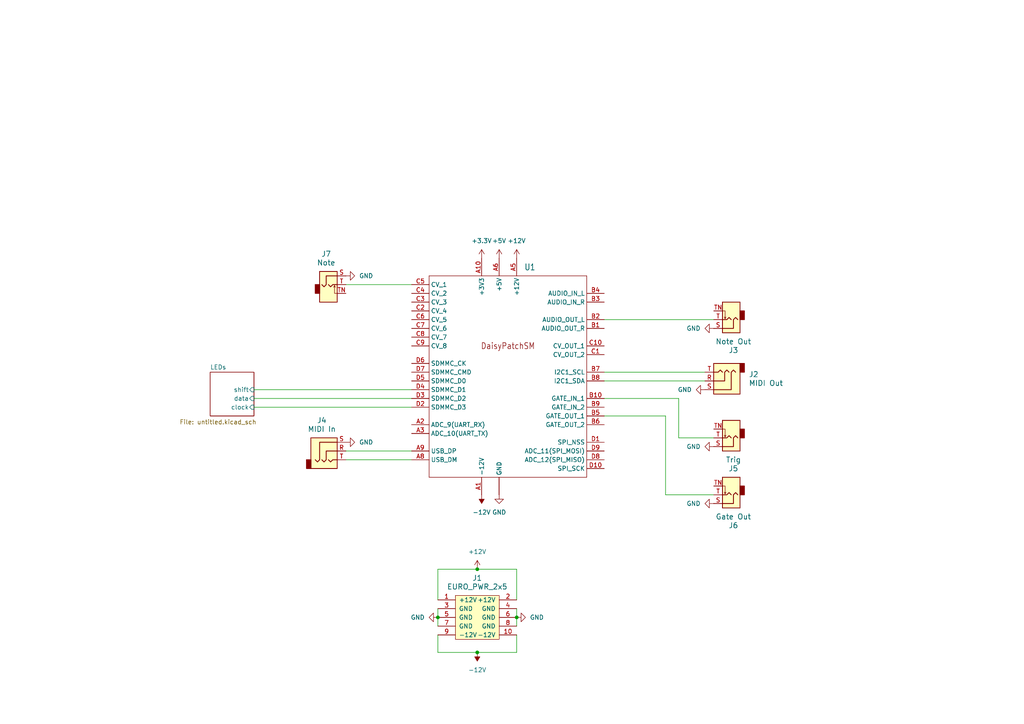
<source format=kicad_sch>
(kicad_sch (version 20231120) (generator "eeschema") (generator_version "8.0")
  (paper "A4")
  (lib_symbols
    (symbol "KitsBlips:+12V" (power) (pin_numbers hide) (pin_names (offset 0) hide)
      (property "Value" "+12V" (at 0 3.556 0))
      (symbol "+12V_0_1"
        (polyline (pts (xy -0.762 1.27) (xy 0 2.54)))
        (polyline (pts (xy 0 0) (xy 0 2.54)))
        (polyline (pts (xy 0 2.54) (xy 0.762 1.27)))
      )
      (symbol "+12V_1_1"
        (pin power_in line (at 0 0 90) (length 0) (name "~") (number "1"))
      )
    )
    (symbol "KitsBlips:+5V" (power) (pin_numbers hide) (pin_names (offset 0) hide)
      (property "Value" "+5V" (at 0 3.556 0))
      (symbol "+5V_0_1"
        (polyline (pts (xy -0.762 1.27) (xy 0 2.54)))
        (polyline (pts (xy 0 0) (xy 0 2.54)))
        (polyline (pts (xy 0 2.54) (xy 0.762 1.27)))
      )
      (symbol "+5V_1_1"
        (pin power_in line (at 0 0 90) (length 0) (name "~") (number "1"))
      )
    )
    (symbol "KitsBlips:-12V" (power) (pin_numbers hide) (pin_names (offset 0) hide)
      (property "Value" "-12V" (at 0 3.556 0))
      (symbol "-12V_0_0"
        (pin power_in line (at 0 0 90) (length 0) (name "~") (number "1"))
      )
      (symbol "-12V_0_1"
        (polyline (pts (xy 0 0) (xy 0 1.27) (xy 0.762 1.27) (xy 0 2.54) (xy -0.762 1.27) (xy 0 1.27)) (fill (type outline)))
      )
    )
    (symbol "KitsBlips:3.5mm_Mono_Switched" (pin_names (offset 0) hide)
      (property "Reference" "J" (at -5.588 -6.35 0))
      (property "Value" "3.5mm_Mono_Switched" (at -1.27 7.112 0))
      (symbol "3.5mm_Mono_Switched_0_1"
        (rectangle (start -7.62 1.27) (end -8.89 -1.27) (stroke (width 0.254)) (fill (type outline)))
        (rectangle (start -7.62 5.08) (end -2.54 -3.81) (stroke (width 0.254)) (fill (type background)))
        (polyline (pts (xy -3.302 1.016) (xy -3.048 0.508)))
        (polyline (pts (xy -5.08 1.27) (xy -4.445 0.635) (xy -3.81 1.27) (xy -2.54 1.27)) (stroke (width 0.254)))
        (polyline (pts (xy -2.54 -1.27) (xy -3.302 -1.27) (xy -3.302 1.016) (xy -3.556 0.508)))
        (polyline (pts (xy -2.54 3.81) (xy -5.715 3.81) (xy -5.715 1.27) (xy -6.35 0.635) (xy -6.985 1.27)) (stroke (width 0.254)))
      )
      (symbol "3.5mm_Mono_Switched_1_1"
        (pin passive line (at 0 3.81 180) (length 2.54) (name "~") (number "S"))
        (pin passive line (at 0 1.27 180) (length 2.54) (name "~") (number "T"))
        (pin passive line (at 0 -1.27 180) (length 2.54) (name "~") (number "TN"))
      )
    )
    (symbol "KitsBlips:3.5mm_Stereo" (pin_names (offset 0) hide)
      (property "Reference" "J" (at -6.35 -7.62 0))
      (property "Value" "3.5mm_Stereo" (at -3.048 6.604 0))
      (symbol "3.5mm_Stereo_0_1"
        (rectangle (start -8.89 -5.08) (end -10.16 -2.54) (stroke (width 0.254)) (fill (type outline)))
        (rectangle (start -1.27 3.81) (end -8.89 -5.08) (stroke (width 0.254)) (fill (type background)))
        (polyline (pts (xy -3.81 -2.54) (xy -3.175 -3.175) (xy -2.54 -2.54) (xy -1.27 -2.54)) (stroke (width 0.254)))
        (polyline (pts (xy -5.715 -2.54) (xy -5.08 -3.175) (xy -4.445 -2.54) (xy -4.445 0) (xy -1.27 0)) (stroke (width 0.254)))
        (polyline (pts (xy -1.27 2.54) (xy -6.35 2.54) (xy -6.35 -2.54) (xy -6.985 -3.175) (xy -7.62 -2.54)) (stroke (width 0.254)))
      )
      (symbol "3.5mm_Stereo_1_1"
        (pin passive line (at 1.27 0 180) (length 2.54) (name "~") (number "R"))
        (pin passive line (at 1.27 2.54 180) (length 2.54) (name "~") (number "S"))
        (pin passive line (at 1.27 -2.54 180) (length 2.54) (name "~") (number "T"))
      )
    )
    (symbol "KitsBlips:Daisy_PatchSM_rev1"
      (property "Reference" "U" (at 15.24 27.94 0))
      (symbol "Daisy_PatchSM_rev1_1_0"
        (polyline (pts (xy -22.86 -30.48) (xy 22.86 -30.48)) (stroke (width 0.1524)))
        (polyline (pts (xy -22.86 27.94) (xy -22.86 -30.48)) (stroke (width 0.1524)))
        (polyline (pts (xy 22.86 -30.48) (xy 22.86 27.94)) (stroke (width 0.1524)))
        (polyline (pts (xy 22.86 27.94) (xy -22.86 27.94)) (stroke (width 0.1524)))
        (text "DaisyPatchSM" (at 0 7.62 0) (effects (font (size 1.778 1.5113))))
        (pin bidirectional line (at -7.62 -35.56 90) (length 5.08) (name "-12V") (number "A1"))
        (pin bidirectional line (at -7.62 33.02 270) (length 5.08) (name "+3V3") (number "A10"))
        (pin bidirectional line (at -27.94 -15.24 0) (length 5.08) (name "ADC_9(UART_RX)") (number "A2"))
        (pin bidirectional line (at -27.94 -17.78 0) (length 5.08) (name "ADC_10(UART_TX)") (number "A3"))
        (pin bidirectional line (at -2.54 -35.56 90) (length 5.08) (name "GND") (number "A4"))
        (pin bidirectional line (at 2.54 33.02 270) (length 5.08) (name "+12V") (number "A5"))
        (pin bidirectional line (at -2.54 33.02 270) (length 5.08) (name "+5V") (number "A6"))
        (pin bidirectional line (at -2.54 -35.56 90) (length 5.08) (name "GND") (number "A7"))
        (pin bidirectional line (at -27.94 -25.4 0) (length 5.08) (name "USB_DM") (number "A8"))
        (pin bidirectional line (at -27.94 -22.86 0) (length 5.08) (name "USB_DP") (number "A9"))
        (pin bidirectional line (at 27.94 12.7 180) (length 5.08) (name "AUDIO_OUT_R") (number "B1"))
        (pin bidirectional line (at 27.94 -7.62 180) (length 5.08) (name "GATE_IN_1") (number "B10"))
        (pin bidirectional line (at 27.94 15.24 180) (length 5.08) (name "AUDIO_OUT_L") (number "B2"))
        (pin bidirectional line (at 27.94 20.32 180) (length 5.08) (name "AUDIO_IN_R") (number "B3"))
        (pin bidirectional line (at 27.94 22.86 180) (length 5.08) (name "AUDIO_IN_L") (number "B4"))
        (pin bidirectional line (at 27.94 -12.7 180) (length 5.08) (name "GATE_OUT_1") (number "B5"))
        (pin bidirectional line (at 27.94 -15.24 180) (length 5.08) (name "GATE_OUT_2") (number "B6"))
        (pin bidirectional line (at 27.94 0 180) (length 5.08) (name "I2C1_SCL") (number "B7"))
        (pin bidirectional line (at 27.94 -2.54 180) (length 5.08) (name "I2C1_SDA") (number "B8"))
        (pin bidirectional line (at 27.94 -10.16 180) (length 5.08) (name "GATE_IN_2") (number "B9"))
        (pin bidirectional line (at 27.94 5.08 180) (length 5.08) (name "CV_OUT_2") (number "C1"))
        (pin bidirectional line (at 27.94 7.62 180) (length 5.08) (name "CV_OUT_1") (number "C10"))
        (pin bidirectional line (at -27.94 17.78 0) (length 5.08) (name "CV_4") (number "C2"))
        (pin bidirectional line (at -27.94 20.32 0) (length 5.08) (name "CV_3") (number "C3"))
        (pin bidirectional line (at -27.94 22.86 0) (length 5.08) (name "CV_2") (number "C4"))
        (pin bidirectional line (at -27.94 25.4 0) (length 5.08) (name "CV_1") (number "C5"))
        (pin bidirectional line (at -27.94 15.24 0) (length 5.08) (name "CV_5") (number "C6"))
        (pin bidirectional line (at -27.94 12.7 0) (length 5.08) (name "CV_6") (number "C7"))
        (pin bidirectional line (at -27.94 10.16 0) (length 5.08) (name "CV_7") (number "C8"))
        (pin bidirectional line (at -27.94 7.62 0) (length 5.08) (name "CV_8") (number "C9"))
        (pin bidirectional line (at 27.94 -20.32 180) (length 5.08) (name "SPI_NSS") (number "D1"))
        (pin bidirectional line (at 27.94 -27.94 180) (length 5.08) (name "SPI_SCK") (number "D10"))
        (pin bidirectional line (at -27.94 -10.16 0) (length 5.08) (name "SDMMC_D3") (number "D2"))
        (pin bidirectional line (at -27.94 -7.62 0) (length 5.08) (name "SDMMC_D2") (number "D3"))
        (pin bidirectional line (at -27.94 -5.08 0) (length 5.08) (name "SDMMC_D1") (number "D4"))
        (pin bidirectional line (at -27.94 -2.54 0) (length 5.08) (name "SDMMC_D0") (number "D5"))
        (pin bidirectional line (at -27.94 2.54 0) (length 5.08) (name "SDMMC_CK") (number "D6"))
        (pin bidirectional line (at -27.94 0 0) (length 5.08) (name "SDMMC_CMD") (number "D7"))
        (pin bidirectional line (at 27.94 -25.4 180) (length 5.08) (name "ADC_12(SPI_MISO)") (number "D8"))
        (pin bidirectional line (at 27.94 -22.86 180) (length 5.08) (name "ADC_11(SPI_MOSI)") (number "D9"))
      )
    )
    (symbol "PCM_4ms_Power-symbol:+3.3V" (power) (pin_names (offset 0))
      (property "Value" "+3.3V" (at 0 3.556 0))
      (symbol "+3.3V_0_1"
        (polyline (pts (xy -0.762 1.27) (xy 0 2.54)))
        (polyline (pts (xy 0 0) (xy 0 2.54)))
        (polyline (pts (xy 0 2.54) (xy 0.762 1.27)))
      )
      (symbol "+3.3V_1_1"
        (pin power_in line (at 0 0 90) (length 0) hide (name "+3V3") (number "1"))
      )
    )
    (symbol "eurocad:EURO_PWR_2x5" (pin_names (offset 1.016))
      (property "Reference" "J" (at 0 -7.62 0))
      (property "Value" "EURO_PWR_2x5" (at 0 7.62 0))
      (symbol "EURO_PWR_2x5_0_1"
        (rectangle (start -6.35 6.35) (end 6.35 -6.35) (fill (type background)))
      )
      (symbol "EURO_PWR_2x5_1_1"
        (pin power_in line (at -11.43 5.08 0) (length 5.08) (name "+12V") (number "1"))
        (pin power_in line (at 11.43 -5.08 180) (length 5.08) (name "-12V") (number "10"))
        (pin power_in line (at 11.43 5.08 180) (length 5.08) (name "+12V") (number "2"))
        (pin power_in line (at -11.43 2.54 0) (length 5.08) (name "GND") (number "3"))
        (pin power_in line (at 11.43 2.54 180) (length 5.08) (name "GND") (number "4"))
        (pin power_in line (at -11.43 0 0) (length 5.08) (name "GND") (number "5"))
        (pin power_in line (at 11.43 0 180) (length 5.08) (name "GND") (number "6"))
        (pin power_in line (at -11.43 -2.54 0) (length 5.08) (name "GND") (number "7"))
        (pin power_in line (at 11.43 -2.54 180) (length 5.08) (name "GND") (number "8"))
        (pin power_in line (at -11.43 -5.08 0) (length 5.08) (name "-12V") (number "9"))
      )
    )
    (symbol "power:GND" (power) (pin_numbers hide) (pin_names (offset 0) hide)
      (property "Value" "GND" (at 0 -3.81 0))
      (symbol "GND_0_1"
        (polyline (pts (xy 0 0) (xy 0 -1.27) (xy 1.27 -1.27) (xy 0 -2.54) (xy -1.27 -1.27) (xy 0 -1.27)))
      )
      (symbol "GND_1_1"
        (pin power_in line (at 0 0 270) (length 0) (name "~") (number "1"))
      )
    )
  )
  (junction (at 138.43 165.1))
  (junction (at 138.43 189.23))
  (junction (at 127 179.07))
  (junction (at 149.86 179.07))
  (wire (pts (xy 127 179.07) (xy 127 181.61)))
  (wire (pts (xy 73.66 118.11) (xy 119.38 118.11)))
  (wire (pts (xy 175.26 120.65) (xy 193.04 120.65)))
  (wire (pts (xy 196.85 127) (xy 196.85 115.57)))
  (wire (pts (xy 175.26 110.49) (xy 204.47 110.49)))
  (wire (pts (xy 193.04 120.65) (xy 193.04 143.51)))
  (wire (pts (xy 127 189.23) (xy 138.43 189.23)))
  (wire (pts (xy 196.85 115.57) (xy 175.26 115.57)))
  (wire (pts (xy 149.86 165.1) (xy 149.86 173.99)))
  (wire (pts (xy 100.33 130.81) (xy 119.38 130.81)))
  (wire (pts (xy 127 173.99) (xy 127 165.1)))
  (wire (pts (xy 175.26 107.95) (xy 204.47 107.95)))
  (wire (pts (xy 193.04 143.51) (xy 207.01 143.51)))
  (wire (pts (xy 149.86 176.53) (xy 149.86 179.07)))
  (wire (pts (xy 149.86 179.07) (xy 149.86 181.61)))
  (wire (pts (xy 127 165.1) (xy 138.43 165.1)))
  (wire (pts (xy 73.66 113.03) (xy 119.38 113.03)))
  (wire (pts (xy 149.86 189.23) (xy 149.86 184.15)))
  (wire (pts (xy 73.66 115.57) (xy 119.38 115.57)))
  (wire (pts (xy 175.26 92.71) (xy 207.01 92.71)))
  (wire (pts (xy 127 176.53) (xy 127 179.07)))
  (wire (pts (xy 100.33 133.35) (xy 119.38 133.35)))
  (wire (pts (xy 127 184.15) (xy 127 189.23)))
  (wire (pts (xy 207.01 127) (xy 196.85 127)))
  (wire (pts (xy 100.33 82.55) (xy 119.38 82.55)))
  (wire (pts (xy 138.43 165.1) (xy 149.86 165.1)))
  (wire (pts (xy 138.43 189.23) (xy 149.86 189.23)))
  (symbol (lib_id "power:GND") (at 127 179.07 270) (unit 1)
    (property "Reference" "#PWR02" (effects (hide yes)))
    (property "Value" "GND" (at 123.19 179.0699 90) (effects (justify right)))
    (property "Description" "Power symbol creates a global label with name \"GND\" , ground" (effects (hide yes)))
  )
  (symbol (lib_id "eurocad:EURO_PWR_2x5") (at 138.43 179.07 0) (unit 1)
    (property "Reference" "J1" (at 138.43 167.64 0) (effects (font (size 1.524 1.524))))
    (property "Value" "EURO_PWR_2x5" (at 138.43 170.18 0) (effects (font (size 1.524 1.524))))
    (property "Footprint" "KitsBlips:Pins_2x05_2.54mm_TH_Europower_shrouded" (effects (hide yes)))
  )
  (symbol (lib_id "KitsBlips:Daisy_PatchSM_rev1") (at 147.32 107.95 0) (unit 1)
    (property "Reference" "U1" (at 152.0541 77.47 0) (effects (font (size 1.778 1.5113)) (justify left)))
    (property "Footprint" "KitsBlips:ES_DAISY_PATCH_SM_REV1" (effects (hide yes)))
    (property "Description" "Daisy Patch SM" (effects (hide yes)))
  )
  (symbol (lib_id "KitsBlips:-12V") (at 138.43 189.23 180) (unit 1)
    (property "Reference" "#PWR05" (effects (hide yes)))
    (property "Value" "-12V" (at 138.43 194.31 0))
    (property "Description" "Power symbol creates a global label with name \"-12V\"" (effects (hide yes)))
  )
  (symbol (lib_id "KitsBlips:3.5mm_Mono_Switched") (at 100.33 83.82 0) (unit 1)
    (property "Reference" "J7" (at 94.615 73.66 0) (effects (font (size 1.524 1.524))))
    (property "Value" "Note" (at 94.615 76.2 0) (effects (font (size 1.524 1.524))))
    (property "Footprint" "Connector_Audio:Jack_3.5mm_QingPu_WQP-PJ398SM_Vertical_CircularHoles" (effects (hide yes)))
    (property "Description" "Audio 3.5mm Jack, mono, switched, PC-pin Vertical" (effects (hide yes)))
    (property "Specifications" "Audio 3.5mm Jack, mono, switched, PC-pin Vertical" (effects (hide yes)))
    (property "Manufacturer" "Wenzhou QingPu Electronics Co" (effects (hide yes)))
    (property "Part Number" "WQP-WQP518MA" (effects (hide yes)))
  )
  (symbol (lib_id "KitsBlips:3.5mm_Mono_Switched") (at 207.01 91.44 180) (unit 1)
    (property "Reference" "J3" (at 212.725 101.6 0) (effects (font (size 1.524 1.524))))
    (property "Value" "Note Out" (at 212.725 99.06 0) (effects (font (size 1.524 1.524))))
    (property "Footprint" "Connector_Audio:Jack_3.5mm_QingPu_WQP-PJ398SM_Vertical_CircularHoles" (effects (hide yes)))
    (property "Description" "Audio 3.5mm Jack, mono, switched, PC-pin Vertical" (effects (hide yes)))
    (property "Specifications" "Audio 3.5mm Jack, mono, switched, PC-pin Vertical" (effects (hide yes)))
    (property "Manufacturer" "Wenzhou QingPu Electronics Co" (effects (hide yes)))
    (property "Part Number" "WQP-WQP518MA" (effects (hide yes)))
  )
  (symbol (lib_id "KitsBlips:+5V") (at 144.78 74.93 0) (unit 1)
    (property "Reference" "#PWR09" (effects (hide yes)))
    (property "Value" "+5V" (at 144.78 69.85 0))
    (property "Description" "Power symbol creates a global label with name \"+5V\"" (effects (hide yes)))
  )
  (symbol (lib_id "power:GND") (at 204.47 113.03 270) (unit 1)
    (property "Reference" "#PWR010" (effects (hide yes)))
    (property "Value" "GND" (at 200.66 113.0301 90) (effects (justify right)))
    (property "Description" "Power symbol creates a global label with name \"GND\" , ground" (effects (hide yes)))
  )
  (symbol (lib_id "KitsBlips:3.5mm_Stereo") (at 99.06 130.81 0) (unit 1)
    (property "Reference" "J4" (at 93.345 121.92 0) (effects (font (size 1.524 1.524))))
    (property "Value" "MIDI In" (at 93.345 124.46 0) (effects (font (size 1.524 1.524))))
    (property "Footprint" "KitsBlips:Stereo_Thonk_PJ366ST" (effects (hide yes)))
    (property "Description" "Audio 3.5mm Jack, stereo, PC-pin Vertical" (effects (hide yes)))
    (property "Specifications" "Audio 3.5mm Jack, Stereo, PC-pin Vertical" (effects (hide yes)))
    (property "Manufacturer" "Wenzhou QingPu Electronics Co" (effects (hide yes)))
    (property "Part Number" "WQP-WQP419GR" (effects (hide yes)))
  )
  (symbol (lib_id "KitsBlips:3.5mm_Stereo") (at 205.74 110.49 180) (unit 1)
    (property "Reference" "J2" (at 217.17 108.5849 0) (effects (font (size 1.524 1.524)) (justify right)))
    (property "Value" "MIDI Out" (at 217.17 111.1249 0) (effects (font (size 1.524 1.524)) (justify right)))
    (property "Footprint" "KitsBlips:Stereo_Thonk_PJ366ST" (effects (hide yes)))
    (property "Description" "Audio 3.5mm Jack, stereo, PC-pin Vertical" (effects (hide yes)))
    (property "Specifications" "Audio 3.5mm Jack, Stereo, PC-pin Vertical" (effects (hide yes)))
    (property "Manufacturer" "Wenzhou QingPu Electronics Co" (effects (hide yes)))
    (property "Part Number" "WQP-WQP419GR" (effects (hide yes)))
  )
  (symbol (lib_id "power:GND") (at 144.78 143.51 0) (unit 1)
    (property "Reference" "#PWR08" (effects (hide yes)))
    (property "Value" "GND" (at 144.78 148.59 0))
    (property "Description" "Power symbol creates a global label with name \"GND\" , ground" (effects (hide yes)))
  )
  (symbol (lib_id "power:GND") (at 207.01 129.54 270) (unit 1)
    (property "Reference" "#PWR024" (effects (hide yes)))
    (property "Value" "GND" (at 203.2 129.5401 90) (effects (justify right)))
    (property "Description" "Power symbol creates a global label with name \"GND\" , ground" (effects (hide yes)))
  )
  (symbol (lib_id "power:GND") (at 207.01 146.05 270) (unit 1)
    (property "Reference" "#PWR012" (effects (hide yes)))
    (property "Value" "GND" (at 203.2 146.0501 90) (effects (justify right)))
    (property "Description" "Power symbol creates a global label with name \"GND\" , ground" (effects (hide yes)))
  )
  (symbol (lib_id "KitsBlips:3.5mm_Mono_Switched") (at 207.01 125.73 180) (unit 1)
    (property "Reference" "J5" (at 212.725 135.89 0) (effects (font (size 1.524 1.524))))
    (property "Value" "Trig" (at 212.725 133.35 0) (effects (font (size 1.524 1.524))))
    (property "Footprint" "Connector_Audio:Jack_3.5mm_QingPu_WQP-PJ398SM_Vertical_CircularHoles" (effects (hide yes)))
    (property "Description" "Audio 3.5mm Jack, mono, switched, PC-pin Vertical" (effects (hide yes)))
    (property "Specifications" "Audio 3.5mm Jack, mono, switched, PC-pin Vertical" (effects (hide yes)))
    (property "Manufacturer" "Wenzhou QingPu Electronics Co" (effects (hide yes)))
    (property "Part Number" "WQP-WQP518MA" (effects (hide yes)))
  )
  (symbol (lib_id "power:GND") (at 149.86 179.07 90) (unit 1)
    (property "Reference" "#PWR03" (effects (hide yes)))
    (property "Value" "GND" (at 153.67 179.0699 90) (effects (justify right)))
    (property "Description" "Power symbol creates a global label with name \"GND\" , ground" (effects (hide yes)))
  )
  (symbol (lib_id "power:GND") (at 207.01 95.25 270) (unit 1)
    (property "Reference" "#PWR011" (effects (hide yes)))
    (property "Value" "GND" (at 203.2 95.2501 90) (effects (justify right)))
    (property "Description" "Power symbol creates a global label with name \"GND\" , ground" (effects (hide yes)))
  )
  (symbol (lib_id "KitsBlips:+12V") (at 138.43 165.1 0) (unit 1)
    (property "Reference" "#PWR04" (effects (hide yes)))
    (property "Value" "+12V" (at 138.43 160.02 0))
    (property "Description" "Power symbol creates a global label with name \"+12V\"" (effects (hide yes)))
  )
  (symbol (lib_id "PCM_4ms_Power-symbol:+3.3V") (at 139.7 74.93 0) (unit 1)
    (property "Reference" "#PWR013" (effects (hide yes)))
    (property "Value" "+3.3V" (at 139.7 69.85 0))
  )
  (symbol (lib_id "KitsBlips:3.5mm_Mono_Switched") (at 207.01 142.24 180) (unit 1)
    (property "Reference" "J6" (at 212.725 152.4 0) (effects (font (size 1.524 1.524))))
    (property "Value" "Gate Out" (at 212.725 149.86 0) (effects (font (size 1.524 1.524))))
    (property "Footprint" "Connector_Audio:Jack_3.5mm_QingPu_WQP-PJ398SM_Vertical_CircularHoles" (effects (hide yes)))
    (property "Description" "Audio 3.5mm Jack, mono, switched, PC-pin Vertical" (effects (hide yes)))
    (property "Specifications" "Audio 3.5mm Jack, mono, switched, PC-pin Vertical" (effects (hide yes)))
    (property "Manufacturer" "Wenzhou QingPu Electronics Co" (effects (hide yes)))
    (property "Part Number" "WQP-WQP518MA" (effects (hide yes)))
  )
  (symbol (lib_id "KitsBlips:+12V") (at 149.86 74.93 0) (unit 1)
    (property "Reference" "#PWR06" (effects (hide yes)))
    (property "Value" "+12V" (at 149.86 69.85 0))
    (property "Description" "Power symbol creates a global label with name \"+12V\"" (effects (hide yes)))
  )
  (symbol (lib_id "power:GND") (at 100.33 80.01 90) (unit 1)
    (property "Reference" "#PWR014" (effects (hide yes)))
    (property "Value" "GND" (at 104.14 80.0099 90) (effects (justify right)))
    (property "Description" "Power symbol creates a global label with name \"GND\" , ground" (effects (hide yes)))
  )
  (symbol (lib_id "power:GND") (at 100.33 128.27 90) (unit 1)
    (property "Reference" "#PWR01" (effects (hide yes)))
    (property "Value" "GND" (at 104.14 128.2699 90) (effects (justify right)))
    (property "Description" "Power symbol creates a global label with name \"GND\" , ground" (effects (hide yes)))
  )
  (symbol (lib_id "KitsBlips:-12V") (at 139.7 143.51 180) (unit 1)
    (property "Reference" "#PWR07" (effects (hide yes)))
    (property "Value" "-12V" (at 139.7 148.59 0))
    (property "Description" "Power symbol creates a global label with name \"-12V\"" (effects (hide yes)))
  )
  (sheet (at 60.96 107.95) (size 12.7 12.7) (stroke (width 0.1524))
    (property "Sheetname" "LEDs" (at 60.96 107.2384 0) (effects (justify left bottom)))
    (property "Sheetfile" "untitled.kicad_sch" (at 52.07 121.666 0) (effects (justify left top)))
    (pin "data" input (at 73.66 115.57 0))
    (pin "clock" input (at 73.66 118.11 0))
    (pin "shift" input (at 73.66 113.03 0))
  )
)
</source>
